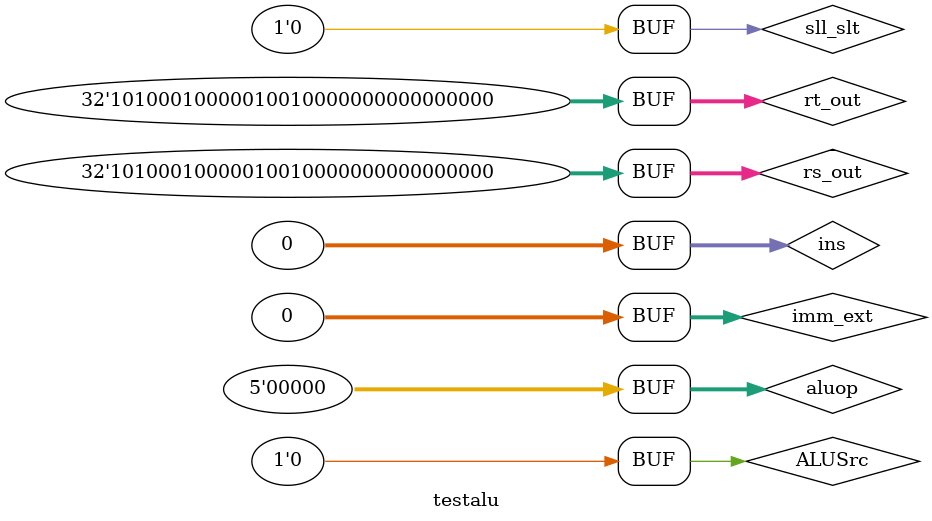
<source format=v>
`timescale 1ns / 1ps


module testalu;

	// Inputs
	reg [31:0] rs_out;
	reg [31:0] rt_out;
	reg [31:0] imm_ext;
	reg [31:0] ins;
	reg [4:0] aluop;
	reg sll_slt;
	reg ALUSrc;

	// Outputs
	wire [31:0] result;
	wire zero;
	wire overflow;

	// Instantiate the Unit Under Test (UUT)
	ALU uut (
		.rs_out(rs_out), 
		.rt_out(rt_out), 
		.imm_ext(imm_ext), 
		.ins(ins), 
		.aluop(aluop), 
		.sll_slt(sll_slt), 
		.ALUSrc(ALUSrc), 
		.result(result), 
		.zero(zero), 
		.overflow(overflow)
	);

	initial begin
		// Initialize Inputs
		rs_out = 32'ha2090000;
		rt_out = 32'ha2090000;
		imm_ext = 0;
		ins = 0;
		aluop = 0;
		sll_slt = 0;
		ALUSrc = 0;

		// Wait 100 ns for global reset to finish
		#100;
        
		// Add stimulus here

	end
      
endmodule


</source>
